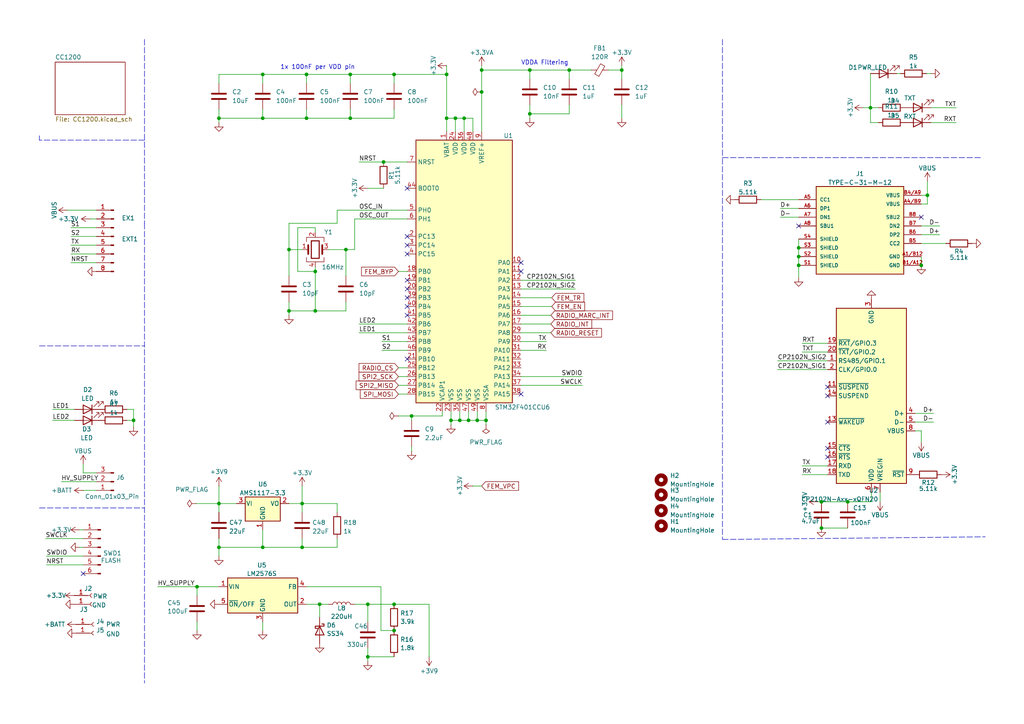
<source format=kicad_sch>
(kicad_sch (version 20231120) (generator "eeschema") (generator_version "8.0")
  (paper "A4")
  (junction (at 268.986 56.642))
  (junction (at 87.63 146.05))
  (junction (at 238.252 145.542))
  (junction (at 231.648 74.422))
  (junction (at 63.5 34.29))
  (junction (at 130.81 121.92))
  (junction (at 153.67 33.02))
  (junction (at 92.71 175.26))
  (junction (at 140.97 121.92))
  (junction (at 63.5 158.75))
  (junction (at 231.648 76.962))
  (junction (at 252.476 31.242))
  (junction (at 114.3 21.59))
  (junction (at 83.82 72.39))
  (junction (at 63.5 146.05))
  (junction (at 88.9 21.59))
  (junction (at 106.68 175.26))
  (junction (at 135.89 121.92))
  (junction (at 114.3 182.88))
  (junction (at 139.7 26.67))
  (junction (at 139.7 20.32))
  (junction (at 245.872 145.542))
  (junction (at 106.68 190.5))
  (junction (at 180.34 20.32))
  (junction (at 91.44 78.74))
  (junction (at 57.15 170.18))
  (junction (at 87.63 158.75))
  (junction (at 238.252 153.162))
  (junction (at 134.62 34.29))
  (junction (at 76.2 158.75))
  (junction (at 153.67 20.32))
  (junction (at 129.54 34.29))
  (junction (at 267.208 76.962))
  (junction (at 111.252 46.99))
  (junction (at 88.9 34.29))
  (junction (at 91.44 90.17))
  (junction (at 119.38 120.65))
  (junction (at 83.82 90.17))
  (junction (at 133.35 121.92))
  (junction (at 231.648 71.882))
  (junction (at 114.3 175.26))
  (junction (at 101.6 34.29))
  (junction (at 132.08 34.29))
  (junction (at 76.2 21.59))
  (junction (at 165.1 20.32))
  (junction (at 38.735 121.92))
  (junction (at 101.6 21.59))
  (junction (at 76.2 34.29))
  (junction (at 129.54 21.59))
  (junction (at 138.43 121.92))
  (junction (at 100.33 72.39))
  (no_connect (at 118.11 88.9))
  (no_connect (at 24.13 166.37))
  (no_connect (at 151.13 78.74))
  (no_connect (at 118.11 104.14))
  (no_connect (at 118.11 68.58))
  (no_connect (at 118.11 71.12))
  (no_connect (at 118.11 91.44))
  (no_connect (at 240.03 114.808))
  (no_connect (at 231.648 65.532))
  (no_connect (at 240.03 112.268))
  (no_connect (at 118.11 83.82))
  (no_connect (at 151.13 76.2))
  (no_connect (at 267.208 62.992))
  (no_connect (at 151.13 114.3))
  (no_connect (at 240.03 130.048))
  (no_connect (at 118.11 86.36))
  (no_connect (at 240.03 132.588))
  (no_connect (at 118.11 54.61))
  (no_connect (at 240.03 122.428))
  (no_connect (at 118.11 73.66))
  (no_connect (at 118.11 81.28))
  (wire (pts (xy 252.476 31.242) (xy 252.476 35.56)))
  (wire (pts (xy 135.89 119.38) (xy 135.89 121.92)))
  (wire (pts (xy 267.208 128.27) (xy 267.208 124.968)))
  (wire (pts (xy 27.94 68.58) (xy 20.574 68.58)))
  (wire (pts (xy 129.54 19.05) (xy 129.54 21.59)))
  (wire (pts (xy 151.13 91.44) (xy 159.766 91.44)))
  (wire (pts (xy 88.9 170.18) (xy 110.49 170.18)))
  (wire (pts (xy 165.1 20.32) (xy 171.45 20.32)))
  (wire (pts (xy 252.73 142.748) (xy 252.73 145.542)))
  (wire (pts (xy 106.68 190.5) (xy 106.68 187.96)))
  (wire (pts (xy 63.5 24.13) (xy 63.5 21.59)))
  (wire (pts (xy 87.63 146.05) (xy 87.63 140.97)))
  (wire (pts (xy 240.03 135.128) (xy 232.664 135.128)))
  (polyline (pts (xy 11.43 147.32) (xy 41.91 147.32)) (stroke (width 0) (type dash)))
  (wire (pts (xy 97.79 146.05) (xy 97.79 148.59)))
  (wire (pts (xy 220.726 57.912) (xy 231.648 57.912)))
  (wire (pts (xy 137.16 38.1) (xy 137.16 34.29)))
  (wire (pts (xy 87.63 146.05) (xy 97.79 146.05)))
  (wire (pts (xy 124.46 175.26) (xy 124.46 190.5)))
  (wire (pts (xy 102.87 63.5) (xy 118.11 63.5)))
  (wire (pts (xy 83.82 87.63) (xy 83.82 90.17)))
  (wire (pts (xy 240.03 99.568) (xy 232.664 99.568)))
  (polyline (pts (xy 209.55 11.43) (xy 209.55 45.72)) (stroke (width 0) (type dash)))
  (wire (pts (xy 101.6 21.59) (xy 101.6 24.13)))
  (wire (pts (xy 176.53 20.32) (xy 180.34 20.32)))
  (wire (pts (xy 140.97 121.92) (xy 140.97 123.19)))
  (wire (pts (xy 165.1 30.48) (xy 165.1 33.02)))
  (wire (pts (xy 115.57 111.76) (xy 118.11 111.76)))
  (wire (pts (xy 87.63 156.21) (xy 87.63 158.75)))
  (wire (pts (xy 27.94 66.04) (xy 20.574 66.04)))
  (wire (pts (xy 17.78 139.7) (xy 27.94 139.7)))
  (wire (pts (xy 129.54 34.29) (xy 129.54 38.1)))
  (wire (pts (xy 57.15 182.88) (xy 57.15 180.34)))
  (wire (pts (xy 237.236 145.542) (xy 238.252 145.542)))
  (wire (pts (xy 88.9 175.26) (xy 92.71 175.26)))
  (wire (pts (xy 83.82 64.77) (xy 83.82 72.39)))
  (wire (pts (xy 110.49 182.88) (xy 114.3 182.88)))
  (wire (pts (xy 24.13 163.83) (xy 13.462 163.83)))
  (wire (pts (xy 226.314 60.452) (xy 231.648 60.452)))
  (wire (pts (xy 134.62 34.29) (xy 132.08 34.29)))
  (wire (pts (xy 137.16 140.97) (xy 139.7 140.97)))
  (wire (pts (xy 88.9 34.29) (xy 76.2 34.29)))
  (wire (pts (xy 104.14 93.98) (xy 118.11 93.98)))
  (wire (pts (xy 115.57 114.3) (xy 118.11 114.3)))
  (wire (pts (xy 245.872 145.542) (xy 252.73 145.542)))
  (wire (pts (xy 76.2 153.67) (xy 76.2 158.75)))
  (wire (pts (xy 63.5 21.59) (xy 76.2 21.59)))
  (wire (pts (xy 118.11 99.06) (xy 110.744 99.06)))
  (wire (pts (xy 97.79 156.21) (xy 97.79 158.75)))
  (wire (pts (xy 151.13 83.82) (xy 166.878 83.82)))
  (wire (pts (xy 160.02 86.36) (xy 151.13 86.36)))
  (wire (pts (xy 91.44 78.74) (xy 91.44 90.17)))
  (wire (pts (xy 272.542 65.532) (xy 267.208 65.532)))
  (wire (pts (xy 133.35 119.38) (xy 133.35 121.92)))
  (wire (pts (xy 118.11 101.6) (xy 110.744 101.6)))
  (wire (pts (xy 165.1 20.32) (xy 153.67 20.32)))
  (wire (pts (xy 140.97 121.92) (xy 138.43 121.92)))
  (wire (pts (xy 151.13 101.6) (xy 158.496 101.6)))
  (wire (pts (xy 151.13 93.98) (xy 159.766 93.98)))
  (wire (pts (xy 250.444 31.242) (xy 252.476 31.242)))
  (wire (pts (xy 76.2 34.29) (xy 63.5 34.29)))
  (wire (pts (xy 97.79 60.96) (xy 97.79 64.77)))
  (polyline (pts (xy 209.55 156.464) (xy 285.75 155.702)) (stroke (width 0) (type dash)))
  (wire (pts (xy 267.208 70.612) (xy 274.32 70.612)))
  (wire (pts (xy 272.542 68.072) (xy 267.208 68.072)))
  (wire (pts (xy 153.67 20.32) (xy 153.67 22.86)))
  (wire (pts (xy 26.162 63.5) (xy 27.94 63.5)))
  (wire (pts (xy 88.9 31.75) (xy 88.9 34.29)))
  (wire (pts (xy 88.9 21.59) (xy 88.9 24.13)))
  (wire (pts (xy 267.208 59.182) (xy 268.986 59.182)))
  (wire (pts (xy 240.03 102.108) (xy 232.664 102.108)))
  (wire (pts (xy 268.986 59.182) (xy 268.986 56.642)))
  (wire (pts (xy 91.44 66.04) (xy 86.36 66.04)))
  (wire (pts (xy 87.63 146.05) (xy 87.63 148.59)))
  (wire (pts (xy 135.89 121.92) (xy 133.35 121.92)))
  (wire (pts (xy 57.15 170.18) (xy 57.15 172.72)))
  (wire (pts (xy 261.112 21.336) (xy 260.096 21.336)))
  (wire (pts (xy 115.57 78.74) (xy 118.11 78.74)))
  (wire (pts (xy 225.552 104.648) (xy 240.03 104.648)))
  (wire (pts (xy 13.462 161.29) (xy 24.13 161.29)))
  (wire (pts (xy 268.732 21.336) (xy 270.002 21.336)))
  (wire (pts (xy 180.34 19.05) (xy 180.34 20.32)))
  (wire (pts (xy 87.63 158.75) (xy 76.2 158.75)))
  (wire (pts (xy 24.13 156.21) (xy 13.208 156.21)))
  (wire (pts (xy 36.83 118.745) (xy 38.735 118.745)))
  (wire (pts (xy 102.87 72.39) (xy 100.33 72.39)))
  (wire (pts (xy 92.71 179.07) (xy 92.71 175.26)))
  (wire (pts (xy 76.2 21.59) (xy 88.9 21.59)))
  (wire (pts (xy 27.94 71.12) (xy 20.574 71.12)))
  (wire (pts (xy 231.648 69.342) (xy 231.648 71.882)))
  (wire (pts (xy 110.49 170.18) (xy 110.49 182.88)))
  (wire (pts (xy 138.43 121.92) (xy 135.89 121.92)))
  (polyline (pts (xy 11.43 100.33) (xy 41.91 100.33)) (stroke (width 0) (type dash)))
  (wire (pts (xy 38.735 118.745) (xy 38.735 121.92)))
  (wire (pts (xy 56.896 146.05) (xy 63.5 146.05)))
  (wire (pts (xy 119.38 130.81) (xy 119.38 129.54)))
  (wire (pts (xy 100.33 90.17) (xy 91.44 90.17)))
  (wire (pts (xy 139.7 19.05) (xy 139.7 20.32)))
  (wire (pts (xy 255.27 145.542) (xy 255.27 142.748)))
  (wire (pts (xy 63.5 34.29) (xy 63.5 35.56)))
  (wire (pts (xy 270.002 35.56) (xy 277.368 35.56)))
  (wire (pts (xy 132.08 34.29) (xy 129.54 34.29)))
  (polyline (pts (xy 11.43 39.37) (xy 11.43 40.64)) (stroke (width 0) (type dash)))
  (wire (pts (xy 97.79 158.75) (xy 87.63 158.75)))
  (wire (pts (xy 24.13 153.67) (xy 23.114 153.67)))
  (wire (pts (xy 153.67 33.02) (xy 165.1 33.02)))
  (polyline (pts (xy 41.91 64.77) (xy 41.91 198.12)) (stroke (width 0) (type dash)))
  (wire (pts (xy 106.68 175.26) (xy 114.3 175.26)))
  (wire (pts (xy 100.33 87.63) (xy 100.33 90.17)))
  (wire (pts (xy 252.476 31.242) (xy 252.476 21.336)))
  (wire (pts (xy 86.36 66.04) (xy 86.36 78.74)))
  (wire (pts (xy 240.03 137.668) (xy 232.664 137.668)))
  (wire (pts (xy 139.7 26.67) (xy 139.7 38.1)))
  (wire (pts (xy 83.82 72.39) (xy 83.82 80.01)))
  (wire (pts (xy 15.24 118.745) (xy 21.59 118.745)))
  (wire (pts (xy 119.38 121.92) (xy 119.38 120.65)))
  (wire (pts (xy 104.14 96.52) (xy 118.11 96.52)))
  (wire (pts (xy 24.13 158.75) (xy 23.114 158.75)))
  (wire (pts (xy 130.81 119.38) (xy 130.81 121.92)))
  (wire (pts (xy 91.44 90.17) (xy 83.82 90.17)))
  (wire (pts (xy 83.82 146.05) (xy 87.63 146.05)))
  (wire (pts (xy 231.648 76.962) (xy 231.648 80.518)))
  (wire (pts (xy 57.15 170.18) (xy 63.5 170.18)))
  (wire (pts (xy 151.13 99.06) (xy 158.496 99.06)))
  (wire (pts (xy 111.252 46.99) (xy 118.11 46.99)))
  (wire (pts (xy 114.3 21.59) (xy 129.54 21.59)))
  (wire (pts (xy 153.67 30.48) (xy 153.67 33.02)))
  (wire (pts (xy 101.6 21.59) (xy 114.3 21.59)))
  (wire (pts (xy 88.9 21.59) (xy 101.6 21.59)))
  (wire (pts (xy 119.38 120.65) (xy 128.27 120.65)))
  (wire (pts (xy 24.13 137.16) (xy 27.94 137.16)))
  (wire (pts (xy 106.68 54.61) (xy 111.252 54.61)))
  (wire (pts (xy 140.97 119.38) (xy 140.97 121.92)))
  (wire (pts (xy 130.81 121.92) (xy 130.81 123.19)))
  (polyline (pts (xy 209.55 45.72) (xy 284.48 45.72)) (stroke (width 0) (type dash)))
  (wire (pts (xy 151.13 111.76) (xy 168.91 111.76)))
  (wire (pts (xy 76.2 31.75) (xy 76.2 34.29)))
  (wire (pts (xy 106.68 180.34) (xy 106.68 175.26)))
  (wire (pts (xy 101.6 34.29) (xy 88.9 34.29)))
  (wire (pts (xy 76.2 182.88) (xy 76.2 180.34)))
  (wire (pts (xy 102.87 63.5) (xy 102.87 72.39)))
  (wire (pts (xy 151.13 109.22) (xy 168.91 109.22)))
  (wire (pts (xy 92.71 175.26) (xy 95.25 175.26)))
  (wire (pts (xy 270.002 31.242) (xy 277.368 31.242)))
  (wire (pts (xy 63.5 140.97) (xy 63.5 146.05)))
  (wire (pts (xy 86.36 78.74) (xy 91.44 78.74)))
  (wire (pts (xy 252.476 35.56) (xy 254.762 35.56)))
  (wire (pts (xy 76.2 21.59) (xy 76.2 24.13)))
  (wire (pts (xy 76.2 158.75) (xy 63.5 158.75)))
  (wire (pts (xy 153.67 20.32) (xy 139.7 20.32)))
  (wire (pts (xy 268.986 56.642) (xy 267.208 56.642)))
  (wire (pts (xy 231.648 74.422) (xy 231.648 76.962)))
  (wire (pts (xy 165.1 22.86) (xy 165.1 20.32)))
  (wire (pts (xy 225.552 107.188) (xy 240.03 107.188)))
  (wire (pts (xy 63.5 158.75) (xy 63.5 161.29)))
  (wire (pts (xy 101.6 31.75) (xy 101.6 34.29)))
  (wire (pts (xy 114.3 31.75) (xy 114.3 34.29)))
  (wire (pts (xy 27.94 73.66) (xy 20.574 73.66)))
  (wire (pts (xy 139.7 20.32) (xy 139.7 26.67)))
  (wire (pts (xy 91.44 78.74) (xy 91.44 77.47)))
  (wire (pts (xy 115.57 120.65) (xy 119.38 120.65)))
  (wire (pts (xy 267.208 124.968) (xy 265.43 124.968)))
  (wire (pts (xy 95.25 72.39) (xy 100.33 72.39)))
  (wire (pts (xy 106.68 191.77) (xy 106.68 190.5)))
  (wire (pts (xy 63.5 146.05) (xy 63.5 148.59)))
  (wire (pts (xy 132.08 34.29) (xy 132.08 38.1)))
  (wire (pts (xy 24.13 142.24) (xy 27.94 142.24)))
  (wire (pts (xy 106.68 190.5) (xy 114.3 190.5)))
  (wire (pts (xy 128.27 120.65) (xy 128.27 119.38)))
  (wire (pts (xy 114.3 24.13) (xy 114.3 21.59)))
  (wire (pts (xy 238.252 153.162) (xy 245.872 153.162)))
  (wire (pts (xy 252.476 31.242) (xy 254.762 31.242)))
  (wire (pts (xy 38.735 121.92) (xy 38.735 123.825)))
  (wire (pts (xy 24.13 134.62) (xy 24.13 137.16)))
  (wire (pts (xy 180.34 30.48) (xy 180.34 34.29)))
  (wire (pts (xy 270.764 119.888) (xy 265.43 119.888)))
  (wire (pts (xy 63.5 156.21) (xy 63.5 158.75)))
  (wire (pts (xy 114.3 34.29) (xy 101.6 34.29)))
  (polyline (pts (xy 41.91 11.43) (xy 41.91 64.77)) (stroke (width 0) (type dash)))
  (wire (pts (xy 151.13 81.28) (xy 166.878 81.28)))
  (wire (pts (xy 97.79 64.77) (xy 83.82 64.77)))
  (wire (pts (xy 270.764 122.428) (xy 265.43 122.428)))
  (wire (pts (xy 133.35 121.92) (xy 130.81 121.92)))
  (wire (pts (xy 83.82 72.39) (xy 87.63 72.39)))
  (wire (pts (xy 268.986 52.578) (xy 268.986 56.642)))
  (wire (pts (xy 104.14 46.99) (xy 111.252 46.99)))
  (wire (pts (xy 231.648 71.882) (xy 231.648 74.422)))
  (wire (pts (xy 129.54 21.59) (xy 129.54 34.29)))
  (wire (pts (xy 137.16 34.29) (xy 134.62 34.29)))
  (wire (pts (xy 20.574 76.2) (xy 27.94 76.2)))
  (wire (pts (xy 238.252 145.542) (xy 245.872 145.542)))
  (polyline (pts (xy 209.55 45.974) (xy 209.55 156.464)) (stroke (width 0) (type dash)))
  (wire (pts (xy 63.5 146.05) (xy 68.58 146.05)))
  (wire (pts (xy 151.13 96.52) (xy 159.766 96.52)))
  (wire (pts (xy 83.82 90.17) (xy 83.82 91.44)))
  (polyline (pts (xy 41.91 40.64) (xy 11.43 40.64)) (stroke (width 0) (type dash)))
  (wire (pts (xy 160.02 88.9) (xy 151.13 88.9)))
  (wire (pts (xy 19.558 60.96) (xy 27.94 60.96)))
  (wire (pts (xy 180.34 20.32) (xy 180.34 22.86)))
  (wire (pts (xy 63.5 31.75) (xy 63.5 34.29)))
  (wire (pts (xy 91.44 67.31) (xy 91.44 66.04)))
  (wire (pts (xy 114.3 175.26) (xy 124.46 175.26)))
  (wire (pts (xy 134.62 34.29) (xy 134.62 38.1)))
  (wire (pts (xy 115.57 109.22) (xy 118.11 109.22)))
  (wire (pts (xy 45.72 170.18) (xy 57.15 170.18)))
  (wire (pts (xy 153.67 33.02) (xy 153.67 34.29)))
  (wire (pts (xy 36.83 121.92) (xy 38.735 121.92)))
  (wire (pts (xy 115.57 106.68) (xy 118.11 106.68)))
  (wire (pts (xy 226.314 62.992) (xy 231.648 62.992)))
  (wire (pts (xy 102.87 175.26) (xy 106.68 175.26)))
  (wire (pts (xy 100.33 72.39) (xy 100.33 80.01)))
  (wire (pts (xy 138.43 119.38) (xy 138.43 121.92)))
  (wire (pts (xy 15.24 121.92) (xy 21.59 121.92)))
  (wire (pts (xy 267.208 74.422) (xy 267.208 76.962)))
  (wire (pts (xy 97.79 60.96) (xy 118.11 60.96)))
  (text "VDDA Filtering" (at 151.13 19.05 0) (effects (font (size 1.27 1.27)) (justify left bottom)))
  (text "1x 100nF per VDD pin" (at 81.28 20.32 0) (effects (font (size 1.27 1.27)) (justify left bottom)))
  (label "SWCLK" (at 13.208 156.21 0))
  (label "D-" (at 226.314 62.992 0))
  (label "S2" (at 20.574 68.58 0))
  (label "D+" (at 270.764 119.888 180))
  (label "CP2102N_SIG1" (at 166.878 81.28 180))
  (label "SWDIO" (at 13.462 161.29 0))
  (label "SWCLK" (at 168.91 111.76 180))
  (label "RX" (at 20.574 73.66 0))
  (label "RX" (at 232.664 137.668 0))
  (label "RXT" (at 277.368 35.56 180))
  (label "LED2" (at 104.14 93.98 0))
  (label "S1" (at 20.574 66.04 0))
  (label "TXT" (at 232.664 102.108 0))
  (label "LED1" (at 15.24 118.745 0))
  (label "HV_SUPPLY" (at 45.72 170.18 0))
  (label "RXT" (at 232.664 99.568 0))
  (label "S1" (at 110.744 99.06 0))
  (label "OSC_OUT" (at 104.14 63.5 0))
  (label "LED2" (at 15.24 121.92 0))
  (label "HV_SUPPLY" (at 17.78 139.7 0))
  (label "D+" (at 272.542 68.072 180))
  (label "CP2102N_SIG2" (at 166.878 83.82 180))
  (label "OSC_IN" (at 104.14 60.96 0))
  (label "CP2102N_SIG1" (at 225.552 107.188 0))
  (label "D-" (at 272.542 65.532 180))
  (label "NRST" (at 104.14 46.99 0))
  (label "NRST" (at 13.462 163.83 0))
  (label "TXT" (at 277.368 31.242 180))
  (label "RX" (at 158.496 101.6 180))
  (label "D+" (at 226.314 60.452 0))
  (label "S2" (at 110.744 101.6 0))
  (label "D-" (at 270.764 122.428 180))
  (label "CP2102N_SIG2" (at 225.552 104.648 0))
  (label "NRST" (at 20.574 76.2 0))
  (label "TX" (at 158.496 99.06 180))
  (label "LED1" (at 104.14 96.52 0))
  (label "TX" (at 20.574 71.12 0))
  (label "SWDIO" (at 168.91 109.22 180))
  (label "TX" (at 232.664 135.128 0))
  (global_label "SPI_MOSI" (shape input) (at 115.57 114.3 180) (property "Intersheetrefs" "${INTERSHEET_REFS}" (effects (hide yes))))
  (global_label "RADIO_CS" (shape input) (at 115.57 106.68 180) (property "Intersheetrefs" "${INTERSHEET_REFS}" (effects (hide yes))))
  (global_label "SPI2_SCK" (shape input) (at 115.57 109.22 180) (property "Intersheetrefs" "${INTERSHEET_REFS}" (effects (hide yes))))
  (global_label "RADIO_MARC_INT" (shape input) (at 159.766 91.44 0) (property "Intersheetrefs" "${INTERSHEET_REFS}" (effects (hide yes))))
  (global_label "FEM_BYP" (shape input) (at 115.57 78.74 180) (property "Intersheetrefs" "${INTERSHEET_REFS}" (effects (hide yes))))
  (global_label "FEM_VPC" (shape input) (at 139.7 140.97 0) (property "Intersheetrefs" "${INTERSHEET_REFS}" (effects (hide yes))))
  (global_label "RADIO_INT" (shape input) (at 159.766 93.98 0) (property "Intersheetrefs" "${INTERSHEET_REFS}" (effects (hide yes))))
  (global_label "FEM_EN" (shape input) (at 160.02 88.9 0) (property "Intersheetrefs" "${INTERSHEET_REFS}" (effects (hide yes))))
  (global_label "FEM_TR" (shape input) (at 160.02 86.36 0) (property "Intersheetrefs" "${INTERSHEET_REFS}" (effects (hide yes))))
  (global_label "RADIO_RESET" (shape input) (at 159.766 96.52 0) (property "Intersheetrefs" "${INTERSHEET_REFS}" (effects (hide yes))))
  (global_label "SPI2_MISO" (shape input) (at 115.57 111.76 180) (property "Intersheetrefs" "${INTERSHEET_REFS}" (effects (hide yes))))
  (symbol (lib_id "power:+BATT") (at 22.098 181.102 90) (unit 1)
    (property "Reference" "#PWR066" (effects (hide yes)))
    (property "Value" "+BATT" (at 18.923 181.102 90) (effects (justify left)))
    (property "Description" "Power symbol creates a global label with name \"+BATT\"" (effects (hide yes)))
  )
  (symbol (lib_id "power:GND") (at 38.735 123.825 0) (unit 1)
    (property "Reference" "#PWR026" (effects (hide yes)))
    (property "Value" "GND" (effects (hide yes)))
  )
  (symbol (lib_id "power:GND") (at 63.5 35.56 0) (unit 1)
    (property "Reference" "#PWR02" (effects (hide yes)))
    (property "Value" "GND" (effects (hide yes)))
  )
  (symbol (lib_id "Device:C") (at 76.2 27.94 0) (unit 1)
    (property "Reference" "C4" (at 80.01 26.6699 0) (effects (justify left)))
    (property "Value" "100nF" (at 80.01 29.2099 0) (effects (justify left)))
    (property "Footprint" "Capacitor_SMD:C_0402_1005Metric" (effects (hide yes)))
    (property "LCSC Part" "C307331" (effects (hide yes)))
  )
  (symbol (lib_id "power:+3.3V") (at 250.444 31.242 90) (unit 1)
    (property "Reference" "#PWR0114" (effects (hide yes)))
    (property "Value" "+3.3V" (at 246.634 31.242 0))
  )
  (symbol (lib_id "Device:C") (at 238.252 149.352 0) (unit 1)
    (property "Reference" "C1" (at 232.918 149.352 0) (effects (justify left)))
    (property "Value" "4.7uF" (at 232.41 151.13 0) (effects (justify left)))
    (property "Footprint" "Capacitor_SMD:C_0603_1608Metric" (effects (hide yes)))
    (property "LCSC Part" "C71631" (effects (hide yes)))
  )
  (symbol (lib_id "Regulator_Switching:LM2576S-3.3") (at 76.2 172.72 0) (unit 1)
    (property "Reference" "U5" (at 75.946 163.9457 0))
    (property "Value" "LM2576S" (at 75.946 166.37 0))
    (property "Footprint" "Package_TO_SOT_SMD:TO-263-5_TabPin3" (effects (hide yes)))
    (property "Datasheet" "http://www.ti.com/lit/ds/symlink/lm2576.pdf" (effects (hide yes)))
    (property "Description" "3.3V, 3A SIMPLE SWITCHER® Step-Down Voltage Regulator, TO-263" (effects (hide yes)))
    (property "LCSC Part" "C347415" (effects (hide yes)))
  )
  (symbol (lib_id "power:GND") (at 23.114 158.75 270) (unit 1)
    (property "Reference" "#PWR0101" (effects (hide yes)))
    (property "Value" "GND" (effects (hide yes)))
  )
  (symbol (lib_id "power:GND") (at 119.38 130.81 0) (unit 1)
    (property "Reference" "#PWR05" (effects (hide yes)))
    (property "Value" "GND" (effects (hide yes)))
  )
  (symbol (lib_id "power:GND") (at 180.34 34.29 0) (unit 1)
    (property "Reference" "#PWR013" (effects (hide yes)))
    (property "Value" "GND" (effects (hide yes)))
  )
  (symbol (lib_id "power:GND") (at 63.5 161.29 0) (unit 1)
    (property "Reference" "#PWR069" (effects (hide yes)))
    (property "Value" "GND" (effects (hide yes)))
  )
  (symbol (lib_id "Device:FerriteBead_Small") (at 173.99 20.32 90) (unit 1)
    (property "Reference" "FB1" (at 173.9519 13.97 90))
    (property "Value" "120R" (at 173.9519 16.51 90))
    (property "Footprint" "Inductor_SMD:L_0603_1608Metric" (effects (hide yes)))
    (property "LCSC Part" "C85831" (effects (hide yes)))
  )
  (symbol (lib_id "Device:L") (at 99.06 175.26 90) (unit 1)
    (property "Reference" "L8" (at 99.06 176.3917 90))
    (property "Value" "220uH" (at 99.06 178.816 90))
    (property "Footprint" "Capacitor_SMD:C_1206_3216Metric_Pad1.33x1.80mm_HandSolder" (effects (hide yes)))
    (property "Description" "Inductor" (effects (hide yes)))
    (property "LCSC Part" "C182174" (effects (hide yes)))
  )
  (symbol (lib_id "power:GND") (at 92.71 186.69 0) (unit 1)
    (property "Reference" "#PWR063" (effects (hide yes)))
    (property "Value" "GND" (effects (hide yes)))
  )
  (symbol (lib_id "Device:R") (at 97.79 152.4 0) (unit 1)
    (property "Reference" "R18" (at 99.568 151.5653 0) (effects (justify left)))
    (property "Value" "1k" (at 99.568 154.1022 0) (effects (justify left)))
    (property "Footprint" "Resistor_SMD:R_0402_1005Metric" (effects (hide yes)))
    (property "LCSC Part" "C11702" (effects (hide yes)))
  )
  (symbol (lib_id "Device:C") (at 114.3 27.94 0) (unit 1)
    (property "Reference" "C8" (at 118.11 26.6699 0) (effects (justify left)))
    (property "Value" "100nF" (at 118.11 29.2099 0) (effects (justify left)))
    (property "Footprint" "Capacitor_SMD:C_0402_1005Metric" (effects (hide yes)))
    (property "LCSC Part" "C307331" (effects (hide yes)))
  )
  (symbol (lib_id "power:GND") (at 130.81 123.19 0) (unit 1)
    (property "Reference" "#PWR07" (effects (hide yes)))
    (property "Value" "GND" (effects (hide yes)))
  )
  (symbol (lib_id "power:GND") (at 57.15 182.88 0) (unit 1)
    (property "Reference" "#PWR060" (effects (hide yes)))
    (property "Value" "GND" (effects (hide yes)))
  )
  (symbol (lib_id "Device:R") (at 111.252 50.8 0) (unit 1)
    (property "Reference" "R1" (at 113.538 50.8 90))
    (property "Value" "5.11k" (at 115.316 50.8 90))
    (property "Footprint" "Resistor_SMD:R_0402_1005Metric" (effects (hide yes)))
    (property "LCSC Part" "C25906" (effects (hide yes)))
  )
  (symbol (lib_id "Device:C") (at 101.6 27.94 0) (unit 1)
    (property "Reference" "C7" (at 105.41 26.6699 0) (effects (justify left)))
    (property "Value" "100nF" (at 105.41 29.2099 0) (effects (justify left)))
    (property "Footprint" "Capacitor_SMD:C_0402_1005Metric" (effects (hide yes)))
    (property "LCSC Part" "C307331" (effects (hide yes)))
  )
  (symbol (lib_id "power:+3.3V") (at 87.63 140.97 0) (unit 1)
    (property "Reference" "#PWR070" (effects (hide yes)))
    (property "Value" "+3.3V" (at 87.63 137.16 0))
  )
  (symbol (lib_id "power:+3V8") (at 63.5 140.97 0) (mirror y) (unit 1)
    (property "Reference" "#PWR068" (effects (hide yes)))
    (property "Value" "+3V9" (at 63.5 136.8369 0))
    (property "Description" "Power symbol creates a global label with name \"+3V9\"" (effects (hide yes)))
  )
  (symbol (lib_id "power:+3.3V") (at 129.54 19.05 90) (unit 1)
    (property "Reference" "#PWR06" (effects (hide yes)))
    (property "Value" "+3.3V" (at 125.73 19.05 0))
  )
  (symbol (lib_id "Device:R") (at 258.572 31.242 90) (unit 1)
    (property "Reference" "R10" (at 258.572 26.5262 90))
    (property "Value" "1k" (at 258.572 29.0631 90))
    (property "Footprint" "Resistor_SMD:R_0402_1005Metric" (effects (hide yes)))
    (property "LCSC Part" "C11702" (effects (hide yes)))
  )
  (symbol (lib_id "power:+3.3V") (at 180.34 19.05 0) (unit 1)
    (property "Reference" "#PWR012" (effects (hide yes)))
    (property "Value" "+3.3V" (at 180.34 15.24 0))
  )
  (symbol (lib_id "power:+3.3V") (at 137.16 140.97 90) (unit 1)
    (property "Reference" "#PWR059" (effects (hide yes)))
    (property "Value" "+3.3V" (at 133.35 140.97 0))
  )
  (symbol (lib_id "power:GND") (at 281.94 70.612 90) (unit 1)
    (property "Reference" "#PWR019" (effects (hide yes)))
    (property "Value" "GND" (effects (hide yes)))
  )
  (symbol (lib_id "Device:R") (at 264.922 21.336 90) (unit 1)
    (property "Reference" "R5" (at 264.922 16.6202 90))
    (property "Value" "1k" (at 264.922 19.1571 90))
    (property "Footprint" "Resistor_SMD:R_0402_1005Metric" (effects (hide yes)))
    (property "LCSC Part" "C11702" (effects (hide yes)))
  )
  (symbol (lib_id "Connector:Conn_01x01_Female") (at 27.178 183.642 0) (unit 1)
    (property "Reference" "J5" (at 27.8892 182.8073 0) (effects (justify left)))
    (property "Value" "GND" (at 30.734 183.896 0) (effects (justify left)))
    (property "Footprint" "TestPoint:TestPoint_THTPad_4.0x4.0mm_Drill2.0mm" (effects (hide yes)))
  )
  (symbol (lib_id "Device:LED") (at 256.286 21.336 180) (unit 1)
    (property "Reference" "D1" (at 247.396 19.558 0))
    (property "Value" "PWR_LED" (at 252.984 19.558 0))
    (property "Footprint" "LED_SMD:LED_0402_1005Metric" (effects (hide yes)))
    (property "LCSC Part" "C5160717" (effects (hide yes)))
  )
  (symbol (lib_id "power:VBUS") (at 19.558 60.96 90) (mirror x) (unit 1)
    (property "Reference" "#PWR0103" (effects (hide yes)))
    (property "Value" "VBUS" (at 15.748 60.96 0))
  )
  (symbol (lib_id "TYPE-C-31-M-12:TYPE-C-31-M-12") (at 249.428 66.802 0) (unit 1)
    (property "Reference" "J1" (at 249.428 50.4022 0))
    (property "Value" "TYPE-C-31-M-12" (at 249.428 52.9391 0))
    (property "Footprint" "usbc:HRO_TYPE-C-31-M-12" (effects (hide yes)))
    (property "SNAPEDA_PN" "TYPE-C-31-M-12" (effects (hide yes)))
    (property "MAXIMUM_PACKAGE_HEIGHT" "3.26 mm" (effects (hide yes)))
    (property "MANUFACTURER" "HRO Electronics Co., Ltd." (effects (hide yes)))
    (property "PARTREV" "2020.12.08" (effects (hide yes)))
    (property "STANDARD" "Manufacturer Recommendations" (effects (hide yes)))
    (property "LCSC Part" "C165948" (effects (hide yes)))
  )
  (symbol (lib_id "power:GND") (at 83.82 91.44 0) (unit 1)
    (property "Reference" "#PWR03" (effects (hide yes)))
    (property "Value" "GND" (effects (hide yes)))
  )
  (symbol (lib_id "Device:C") (at 87.63 152.4 0) (unit 1)
    (property "Reference" "C48" (at 90.551 151.5653 0) (effects (justify left)))
    (property "Value" "22uF" (at 90.551 154.1022 0) (effects (justify left)))
    (property "Footprint" "Capacitor_SMD:C_0805_2012Metric" (effects (hide yes)))
    (property "LCSC Part" "C5674" (effects (hide yes)))
  )
  (symbol (lib_id "power:+3.3V") (at 21.59 172.72 90) (unit 1)
    (property "Reference" "#PWR0116" (effects (hide yes)))
    (property "Value" "+3.3V" (at 16.256 172.72 90))
  )
  (symbol (lib_id "Device:C") (at 119.38 125.73 0) (unit 1)
    (property "Reference" "C9" (at 123.19 124.4599 0) (effects (justify left)))
    (property "Value" "2.2uF" (at 123.19 126.9999 0) (effects (justify left)))
    (property "Footprint" "Capacitor_SMD:C_0402_1005Metric" (effects (hide yes)))
    (property "LCSC Part" "C12530" (effects (hide yes)))
  )
  (symbol (lib_id "power:+3.3VA") (at 139.7 19.05 0) (unit 1)
    (property "Reference" "#PWR08" (effects (hide yes)))
    (property "Value" "+3.3VA" (at 139.7 15.24 0))
  )
  (symbol (lib_id "Diode:SS34") (at 92.71 182.88 270) (unit 1)
    (property "Reference" "D6" (at 94.742 181.3503 90) (effects (justify left)))
    (property "Value" "SS34" (at 94.742 183.7746 90) (effects (justify left)))
    (property "Footprint" "Diode_SMD:D_SMA" (effects (hide yes)))
    (property "Datasheet" "https://www.vishay.com/docs/88751/ss32.pdf" (effects (hide yes)))
    (property "Description" "40V 3A Schottky Diode, SMA" (effects (hide yes)))
    (property "LCSC Part" "C3032484" (effects (hide yes)))
  )
  (symbol (lib_id "power:GND") (at 27.94 78.74 270) (unit 1)
    (property "Reference" "#PWR0102" (effects (hide yes)))
    (property "Value" "GND" (effects (hide yes)))
  )
  (symbol (lib_id "power:GND") (at 213.106 57.912 270) (unit 1)
    (property "Reference" "#PWR014" (effects (hide yes)))
    (property "Value" "GND" (effects (hide yes)))
  )
  (symbol (lib_id "power:GND") (at 231.648 80.518 0) (unit 1)
    (property "Reference" "#PWR0105" (effects (hide yes)))
    (property "Value" "GND" (effects (hide yes)))
  )
  (symbol (lib_id "Connector:Conn_01x01_Female") (at 26.67 172.72 0) (unit 1)
    (property "Reference" "J2" (at 24.384 170.688 0) (effects (justify left)))
    (property "Value" "PWR" (at 26.924 172.974 0) (effects (justify left)))
    (property "Footprint" "TestPoint:TestPoint_THTPad_4.0x4.0mm_Drill2.0mm" (effects (hide yes)))
  )
  (symbol (lib_id "Device:Crystal_GND24") (at 91.44 72.39 0) (unit 1)
    (property "Reference" "Y1" (at 95.25 67.31 0))
    (property "Value" "16MHz" (at 96.52 77.47 0))
    (property "Footprint" "Crystal:Crystal_SMD_3225-4Pin_3.2x2.5mm" (effects (hide yes)))
    (property "LCSC Part" "C13738" (effects (hide yes)))
  )
  (symbol (lib_id "power:GND") (at 153.67 34.29 0) (unit 1)
    (property "Reference" "#PWR09" (effects (hide yes)))
    (property "Value" "GND" (effects (hide yes)))
  )
  (symbol (lib_id "power:PWR_FLAG") (at 115.57 120.65 90) (unit 1)
    (property "Reference" "#FLG01" (effects (hide yes)))
    (property "Value" "PWR_FLAG" (effects (hide yes)))
  )
  (symbol (lib_id "power:+3V8") (at 124.46 190.5 0) (mirror x) (unit 1)
    (property "Reference" "#PWR065" (effects (hide yes)))
    (property "Value" "+3V9" (at 124.46 194.6331 0))
    (property "Description" "Power symbol creates a global label with name \"+3V9\"" (effects (hide yes)))
  )
  (symbol (lib_id "Interface_USB:CP2102N-Axx-xQFN20") (at 252.73 114.808 180) (unit 1)
    (property "Reference" "U2" (at 254.7494 142.2384 0) (effects (justify left)))
    (property "Value" "CP2102N-Axx-xQFN20" (at 254.7494 144.7753 0) (effects (justify left)))
    (property "Footprint" "CP2102:WFQFN-20" (effects (hide yes)))
    (property "Datasheet" "https://www.silabs.com/documents/public/data-sheets/cp2102n-datasheet.pdf" (effects (hide yes)))
    (property "LCSC Part" "C969913" (effects (hide yes)))
  )
  (symbol (lib_id "power:+3.3V") (at 106.68 54.61 90) (unit 1)
    (property "Reference" "#PWR0115" (effects (hide yes)))
    (property "Value" "+3.3V" (at 102.87 54.61 0))
  )
  (symbol (lib_id "Device:C") (at 88.9 27.94 0) (unit 1)
    (property "Reference" "C5" (at 92.71 26.6699 0) (effects (justify left)))
    (property "Value" "100nF" (at 92.71 29.2099 0) (effects (justify left)))
    (property "Footprint" "Capacitor_SMD:C_0402_1005Metric" (effects (hide yes)))
    (property "LCSC Part" "C307331" (effects (hide yes)))
  )
  (symbol (lib_id "Device:R") (at 258.572 35.56 90) (unit 1)
    (property "Reference" "R11" (at 258.572 30.8442 90))
    (property "Value" "1k" (at 258.572 33.3811 90))
    (property "Footprint" "Resistor_SMD:R_0402_1005Metric" (effects (hide yes)))
    (property "LCSC Part" "C11702" (effects (hide yes)))
  )
  (symbol (lib_id "power:GND") (at 76.2 182.88 0) (mirror y) (unit 1)
    (property "Reference" "#PWR062" (effects (hide yes)))
    (property "Value" "GND" (effects (hide yes)))
  )
  (symbol (lib_id "power:GND") (at 21.59 175.26 270) (unit 1)
    (property "Reference" "#PWR0117" (effects (hide yes)))
    (property "Value" "GND" (effects (hide yes)))
  )
  (symbol (lib_id "power:+3.3V") (at 237.236 145.542 90) (unit 1)
    (property "Reference" "#PWR0111" (effects (hide yes)))
    (property "Value" "+3.3V" (at 233.426 145.542 0))
  )
  (symbol (lib_id "Connector:Conn_01x01_Female") (at 26.67 175.26 0) (unit 1)
    (property "Reference" "J3" (at 23.114 176.784 0) (effects (justify left)))
    (property "Value" "GND" (at 26.67 175.514 0) (effects (justify left)))
    (property "Footprint" "TestPoint:TestPoint_THTPad_4.0x4.0mm_Drill2.0mm" (effects (hide yes)))
  )
  (symbol (lib_id "Device:C") (at 63.5 27.94 0) (unit 1)
    (property "Reference" "C2" (at 67.31 26.6699 0) (effects (justify left)))
    (property "Value" "10uF" (at 67.31 29.2099 0) (effects (justify left)))
    (property "Footprint" "Capacitor_SMD:C_0603_1608Metric" (effects (hide yes)))
    (property "LCSC Part" "c" (effects (hide yes)))
  )
  (symbol (lib_id "power:GND") (at 252.73 86.868 180) (unit 1)
    (property "Reference" "#PWR0106" (effects (hide yes)))
    (property "Value" "GND" (effects (hide yes)))
  )
  (symbol (lib_id "power:+3.3V") (at 26.162 63.5 90) (unit 1)
    (property "Reference" "#PWR0104" (effects (hide yes)))
    (property "Value" "+3.3V" (at 19.812 63.5 90))
  )
  (symbol (lib_id "power:PWR_FLAG") (at 56.896 146.05 90) (unit 1)
    (property "Reference" "#FLG04" (effects (hide yes)))
    (property "Value" "PWR_FLAG" (at 55.626 141.986 90))
  )
  (symbol (lib_id "power:GND") (at 106.68 191.77 0) (unit 1)
    (property "Reference" "#PWR064" (effects (hide yes)))
    (property "Value" "GND" (effects (hide yes)))
  )
  (symbol (lib_id "Device:R") (at 278.13 70.612 270) (unit 1)
    (property "Reference" "R4" (at 278.13 72.898 90))
    (property "Value" "5.11k" (at 278.13 74.676 90))
    (property "Footprint" "Resistor_SMD:R_0402_1005Metric" (effects (hide yes)))
    (property "LCSC Part" "C25906" (effects (hide yes)))
  )
  (symbol (lib_id "Mechanical:MountingHole") (at 191.77 148.082 0) (unit 1)
    (property "Reference" "H4" (at 194.31 146.8119 0) (effects (justify left)))
    (property "Value" "MountingHole" (at 194.31 149.3519 0) (effects (justify left)))
    (property "Footprint" "MountingHole:MountingHole_2.2mm_M2" (effects (hide yes)))
  )
  (symbol (lib_id "power:GND") (at 238.252 153.162 0) (unit 1)
    (property "Reference" "#PWR0109" (effects (hide yes)))
    (property "Value" "GND" (effects (hide yes)))
  )
  (symbol (lib_id "Connector:Conn_01x06_Male") (at 29.21 158.75 0) (mirror y) (unit 1)
    (property "Reference" "SWD1" (at 29.9212 160.4538 0) (effects (justify right)))
    (property "Value" "FLASH" (at 29.21 162.56 0) (effects (justify right)))
    (property "Footprint" "Connector_PinSocket_2.54mm:PinSocket_1x05_P2.54mm_Vertical" (effects (hide yes)))
    (property "LCSC Part" "C124378" (effects (hide yes)))
  )
  (symbol (lib_id "Mechanical:MountingHole") (at 191.77 139.192 0) (unit 1)
    (property "Reference" "H2" (at 194.31 137.9219 0) (effects (justify left)))
    (property "Value" "MountingHole" (at 194.31 140.4619 0) (effects (justify left)))
    (property "Footprint" "MountingHole:MountingHole_2.2mm_M2" (effects (hide yes)))
  )
  (symbol (lib_id "power:VBUS") (at 255.27 145.542 0) (mirror x) (unit 1)
    (property "Reference" "#PWR0110" (effects (hide yes)))
    (property "Value" "VBUS" (at 255.27 149.352 0))
  )
  (symbol (lib_id "power:GND") (at 63.5 175.26 270) (unit 1)
    (property "Reference" "#PWR061" (effects (hide yes)))
    (property "Value" "GND" (effects (hide yes)))
  )
  (symbol (lib_id "power:GND") (at 22.098 183.642 270) (unit 1)
    (property "Reference" "#PWR067" (effects (hide yes)))
    (property "Value" "GND" (effects (hide yes)))
  )
  (symbol (lib_id "Device:LED") (at 25.4 118.745 180) (unit 1)
    (property "Reference" "D2" (at 25.4 113.03 0))
    (property "Value" "LED" (at 25.4 115.57 0))
    (property "Footprint" "LED_SMD:LED_0402_1005Metric" (effects (hide yes)))
    (property "LCSC Part" "C131223" (effects (hide yes)))
  )
  (symbol (lib_id "Device:R") (at 114.3 179.07 180) (unit 1)
    (property "Reference" "R17" (at 116.078 177.8578 0) (effects (justify right)))
    (property "Value" "3.9k" (at 116.078 180.2821 0) (effects (justify right)))
    (property "Footprint" "Resistor_SMD:R_0402_1005Metric" (effects (hide yes)))
    (property "LCSC Part" "C413091" (effects (hide yes)))
  )
  (symbol (lib_id "Device:C") (at 180.34 26.67 0) (unit 1)
    (property "Reference" "C12" (at 184.15 25.3999 0) (effects (justify left)))
    (property "Value" "1uF" (at 184.15 27.9399 0) (effects (justify left)))
    (property "Footprint" "Capacitor_SMD:C_0402_1005Metric" (effects (hide yes)))
    (property "LCSC Part" "C52923" (effects (hide yes)))
  )
  (symbol (lib_id "Device:R") (at 216.916 57.912 90) (unit 1)
    (property "Reference" "R3" (at 216.916 53.1962 90))
    (property "Value" "5.11k" (at 216.916 55.7331 90))
    (property "Footprint" "Resistor_SMD:R_0402_1005Metric" (effects (hide yes)))
    (property "LCSC Part" "C25906" (effects (hide yes)))
  )
  (symbol (lib_id "Connector:Conn_01x08_Male") (at 33.02 68.58 0) (mirror y) (unit 1)
    (property "Reference" "EX1" (at 35.306 63.246 0) (effects (justify right)))
    (property "Value" "EXT1" (at 35.306 69.342 0) (effects (justify right)))
    (property "Footprint" "Connector_FFC-FPC:Molex_200528-0080_1x08-1MP_P1.00mm_Horizontal" (effects (hide yes)))
    (property "LCSC Part" "C124378" (effects (hide yes)))
  )
  (symbol (lib_id "Device:R") (at 33.02 121.92 90) (unit 1)
    (property "Reference" "R7" (at 33.02 117.2042 90))
    (property "Value" "1k" (at 33.02 119.7411 90))
    (property "Footprint" "Resistor_SMD:R_0402_1005Metric" (effects (hide yes)))
    (property "LCSC Part" "C11702" (effects (hide yes)))
  )
  (symbol (lib_id "power:+3.3V") (at 273.05 137.668 270) (unit 1)
    (property "Reference" "#PWR0107" (effects (hide yes)))
    (property "Value" "+3.3V" (at 276.86 137.668 0))
  )
  (symbol (lib_id "power:VBUS") (at 268.986 52.578 0) (mirror y) (unit 1)
    (property "Reference" "#PWR018" (effects (hide yes)))
    (property "Value" "VBUS" (at 268.986 48.768 0))
  )
  (symbol (lib_id "power:VBUS") (at 24.13 134.62 0) (mirror y) (unit 1)
    (property "Reference" "#PWR071" (effects (hide yes)))
    (property "Value" "VBUS" (at 24.13 130.81 0))
  )
  (symbol (lib_id "Device:C") (at 106.68 184.15 0) (mirror x) (unit 1)
    (property "Reference" "C46" (at 106.68 181.61 0) (effects (justify right)))
    (property "Value" "330uF" (at 100.584 186.944 0) (effects (justify left)))
    (property "Footprint" "Capacitor_SMD:CP_Elec_10x10.5" (effects (hide yes)))
    (property "LCSC Part" "C5162354" (effects (hide yes)))
  )
  (symbol (lib_id "power:+BATT") (at 24.13 142.24 90) (unit 1)
    (property "Reference" "#PWR072" (effects (hide yes)))
    (property "Value" "+BATT" (at 20.955 142.24 90) (effects (justify left)))
    (property "Description" "Power symbol creates a global label with name \"+BATT\"" (effects (hide yes)))
  )
  (symbol (lib_id "Device:LED") (at 266.192 35.56 180) (unit 1)
    (property "Reference" "D5" (at 259.588 33.528 0))
    (property "Value" "RXT" (at 263.906 33.782 0))
    (property "Footprint" "LED_SMD:LED_0402_1005Metric" (effects (hide yes)))
    (property "LCSC Part" "C130722" (effects (hide yes)))
  )
  (symbol (lib_id "Device:C") (at 165.1 26.67 0) (unit 1)
    (property "Reference" "C11" (at 168.91 25.3999 0) (effects (justify left)))
    (property "Value" "1uF" (at 168.91 27.9399 0) (effects (justify left)))
    (property "Footprint" "Capacitor_SMD:C_0402_1005Metric" (effects (hide yes)))
    (property "LCSC Part" "C52923" (effects (hide yes)))
  )
  (symbol (lib_id "Device:R") (at 114.3 186.69 180) (unit 1)
    (property "Reference" "R16" (at 116.078 185.4778 0) (effects (justify right)))
    (property "Value" "1.8k" (at 116.078 187.9021 0) (effects (justify right)))
    (property "Footprint" "Resistor_SMD:R_0402_1005Metric" (effects (hide yes)))
    (property "LCSC Part" "C170383" (effects (hide yes)))
  )
  (symbol (lib_id "power:VBUS") (at 267.208 128.27 0) (mirror x) (unit 1)
    (property "Reference" "#PWR0108" (effects (hide yes)))
    (property "Value" "VBUS" (at 267.208 132.08 0))
  )
  (symbol (lib_id "Device:C") (at 63.5 152.4 0) (unit 1)
    (property "Reference" "C47" (at 66.421 151.5653 0) (effects (justify left)))
    (property "Value" "22uF" (at 66.421 154.1022 0) (effects (justify left)))
    (property "Footprint" "Capacitor_SMD:C_0805_2012Metric" (effects (hide yes)))
    (property "LCSC Part" "C5674" (effects (hide yes)))
  )
  (symbol (lib_id "Connector:Conn_01x03_Pin") (at 33.02 139.7 180) (unit 1)
    (property "Reference" "J6" (at 33.7312 138.4878 0) (effects (justify right)))
    (property "Value" "Conn_01x03_Pin" (at 24.638 144.018 0) (effects (justify right)))
    (property "Footprint" "Connector_PinHeader_2.54mm:PinHeader_1x03_P2.54mm_Vertical" (effects (hide yes)))
    (property "Description" "Generic connector, single row, 01x03, script generated" (effects (hide yes)))
  )
  (symbol (lib_id "Connector:Conn_01x01_Female") (at 27.178 181.102 0) (unit 1)
    (property "Reference" "J4" (at 27.8892 180.2673 0) (effects (justify left)))
    (property "Value" "PWR" (at 30.734 181.102 0) (effects (justify left)))
    (property "Footprint" "TestPoint:TestPoint_THTPad_4.0x4.0mm_Drill2.0mm" (effects (hide yes)))
  )
  (symbol (lib_id "Device:C") (at 153.67 26.67 0) (unit 1)
    (property "Reference" "C10" (at 157.48 25.3999 0) (effects (justify left)))
    (property "Value" "10nF" (at 157.48 27.9399 0) (effects (justify left)))
    (property "Footprint" "Capacitor_SMD:C_0402_1005Metric" (effects (hide yes)))
    (property "Datasheet" "https://datasheet.lcsc.com/lcsc/1808291033_Johanson-Dielectrics-250R07W103KV4T_C167438.pdf" (effects (hide yes)))
    (property "LCSC Part" "C15195" (effects (hide yes)))
  )
  (symbol (lib_id "power:GND") (at 267.208 76.962 0) (unit 1)
    (property "Reference" "#PWR0112" (effects (hide yes)))
    (property "Value" "GND" (effects (hide yes)))
  )
  (symbol (lib_id "Device:LED") (at 266.192 31.242 180) (unit 1)
    (property "Reference" "D4" (at 259.588 29.21 0))
    (property "Value" "TXT" (at 263.906 28.448 0))
    (property "Footprint" "LED_SMD:LED_0402_1005Metric" (effects (hide yes)))
    (property "LCSC Part" "C136765" (effects (hide yes)))
  )
  (symbol (lib_id "Device:C") (at 83.82 83.82 0) (unit 1)
    (property "Reference" "C3" (at 87.63 82.5499 0) (effects (justify left)))
    (property "Value" "10pF" (at 87.63 85.0899 0) (effects (justify left)))
    (property "Footprint" "Capacitor_SMD:C_0402_1005Metric" (effects (hide yes)))
    (property "LCSC Part" "C32949" (effects (hide yes)))
  )
  (symbol (lib_id "Device:C") (at 100.33 83.82 0) (unit 1)
    (property "Reference" "C6" (at 104.14 82.5499 0) (effects (justify left)))
    (property "Value" "10pF" (at 104.14 85.0899 0) (effects (justify left)))
    (property "Footprint" "Capacitor_SMD:C_0402_1005Metric" (effects (hide yes)))
    (property "LCSC Part" "C32949" (effects (hide yes)))
  )
  (symbol (lib_id "Device:C") (at 245.872 149.352 0) (unit 1)
    (property "Reference" "C13" (at 247.396 147.32 0) (effects (justify left)))
    (property "Value" "100nF" (at 246.634 151.638 0) (effects (justify left)))
    (property "Footprint" "Capacitor_SMD:C_0402_1005Metric" (effects (hide yes)))
    (property "LCSC Part" "C307331" (effects (hide yes)))
  )
  (symbol (lib_id "Mechanical:MountingHole") (at 191.7983 152.5405 0) (unit 1)
    (property "Reference" "H1" (at 194.3383 151.2704 0) (effects (justify left)))
    (property "Value" "MountingHole" (at 194.3383 153.8104 0) (effects (justify left)))
    (property "Footprint" "MountingHole:MountingHole_2.2mm_M2" (effects (hide yes)))
  )
  (symbol (lib_id "Device:LED") (at 25.4 121.92 180) (unit 1)
    (property "Reference" "D3" (at 25.146 124.46 0))
    (property "Value" "LED" (at 25.146 127 0))
    (property "Footprint" "LED_SMD:LED_0402_1005Metric" (effects (hide yes)))
    (property "LCSC Part" "C130722" (effects (hide yes)))
  )
  (symbol (lib_id "power:+3.3V") (at 23.114 153.67 90) (unit 1)
    (property "Reference" "#PWR010" (effects (hide yes)))
    (property "Value" "+3.3V" (at 17.78 153.67 90))
  )
  (symbol (lib_id "power:GND") (at 270.002 21.336 90) (unit 1)
    (property "Reference" "#PWR0113" (effects (hide yes)))
    (property "Value" "GND" (effects (hide yes)))
  )
  (symbol (lib_id "Mechanical:MountingHole") (at 191.77 143.51 0) (unit 1)
    (property "Reference" "H3" (at 194.31 142.2399 0) (effects (justify left)))
    (property "Value" "MountingHole" (at 194.31 144.7799 0) (effects (justify left)))
    (property "Footprint" "MountingHole:MountingHole_2.2mm_M2" (effects (hide yes)))
  )
  (symbol (lib_id "power:PWR_FLAG") (at 139.7 26.67 90) (unit 1)
    (property "Reference" "#FLG02" (effects (hide yes)))
    (property "Value" "PWR_FLAG" (effects (hide yes)))
  )
  (symbol (lib_id "MCU_ST_STM32F4:STM32F401CCUx") (at 135.89 78.74 0) (unit 1)
    (property "Reference" "U1" (at 146.05 39.37 0) (effects (justify left)))
    (property "Value" "STM32F401CCU6" (at 143.51 118.11 0) (effects (justify left)))
    (property "Footprint" "Package_DFN_QFN:QFN-48-1EP_7x7mm_P0.5mm_EP5.6x5.6mm" (effects (hide yes)))
    (property "Datasheet" "http://www.st.com/st-web-ui/static/active/en/resource/technical/document/datasheet/DM00086815.pdf" (effects (hide yes)))
    (property "LCSC Part" "C79861" (effects (hide yes)))
  )
  (symbol (lib_id "Device:R") (at 33.02 118.745 90) (unit 1)
    (property "Reference" "R6" (at 33.02 114.0292 90))
    (property "Value" "1k" (at 33.02 116.5661 90))
    (property "Footprint" "Resistor_SMD:R_0402_1005Metric" (effects (hide yes)))
    (property "LCSC Part" "C11702" (effects (hide yes)))
  )
  (symbol (lib_id "power:PWR_FLAG") (at 140.97 123.19 180) (unit 1)
    (property "Reference" "#FLG03" (effects (hide yes)))
    (property "Value" "PWR_FLAG" (at 140.97 128.27 0))
  )
  (symbol (lib_id "Device:C") (at 57.15 176.53 180) (unit 1)
    (property "Reference" "C45" (at 48.514 174.8677 0) (effects (justify right)))
    (property "Value" "100uF" (at 48.514 177.292 0) (effects (justify right)))
    (property "Footprint" "Capacitor_SMD:C_0805_2012Metric" (effects (hide yes)))
    (property "LCSC Part" "C141660" (effects (hide yes)))
  )
  (symbol (lib_id "Regulator_Linear:AMS1117-3.3") (at 76.2 146.05 0) (unit 1)
    (property "Reference" "U6" (at 76.2 140.4452 0))
    (property "Value" "AMS1117-3.3" (at 76.2 142.9821 0))
    (property "Footprint" "Package_TO_SOT_SMD:SOT-223-3_TabPin2" (effects (hide yes)))
    (property "Datasheet" "http://www.advanced-monolithic.com/pdf/ds1117.pdf" (effects (hide yes)))
    (property "LCSC Part" "C6186" (effects (hide yes)))
  )
  (symbol (lib_id "Device:R") (at 269.24 137.668 270) (unit 1)
    (property "Reference" "R12" (at 269.24 139.954 90))
    (property "Value" "5.11k" (at 269.24 141.732 90))
    (property "Footprint" "Resistor_SMD:R_0402_1005Metric" (effects (hide yes)))
    (property "LCSC Part" "C25906" (effects (hide yes)))
  )
  (sheet (at 16.002 18.034) (size 20.32 15.24) (stroke (width 0.1524))
    (property "Sheetname" "CC1200" (at 16.002 17.3224 0) (effects (justify left bottom)))
    (property "Sheetfile" "CC1200.kicad_sch" (at 16.002 33.8586 0) (effects (justify left top)))
  )
)
</source>
